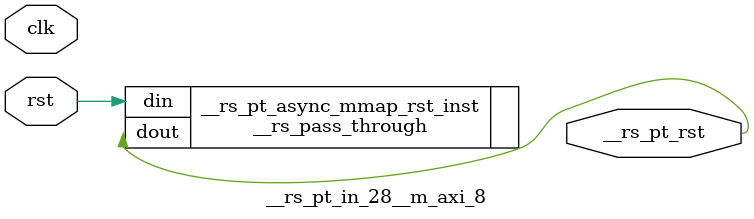
<source format=v>
`timescale 1 ns / 1 ps
/**   Generated by RapidStream   **/
module __rs_pt_in_28__m_axi_8 #(
    parameter BufferSize         = 32,
    parameter BufferSizeLog      = 5,
    parameter AddrWidth          = 64,
    parameter AxiSideAddrWidth   = 64,
    parameter DataWidth          = 512,
    parameter DataWidthBytesLog  = 6,
    parameter WaitTimeWidth      = 4,
    parameter BurstLenWidth      = 8,
    parameter EnableReadChannel  = 1,
    parameter EnableWriteChannel = 1,
    parameter MaxWaitTime        = 3,
    parameter MaxBurstLen        = 15
) (
    output wire __rs_pt_rst,
    input wire  clk,
    input wire  rst
);




__rs_pass_through #(
    .WIDTH (1)
) __rs_pt_async_mmap_rst_inst /**   Generated by RapidStream   **/ (
    .din  (rst),
    .dout (__rs_pt_rst)
);

endmodule  // __rs_pt_in_28__m_axi_8
</source>
